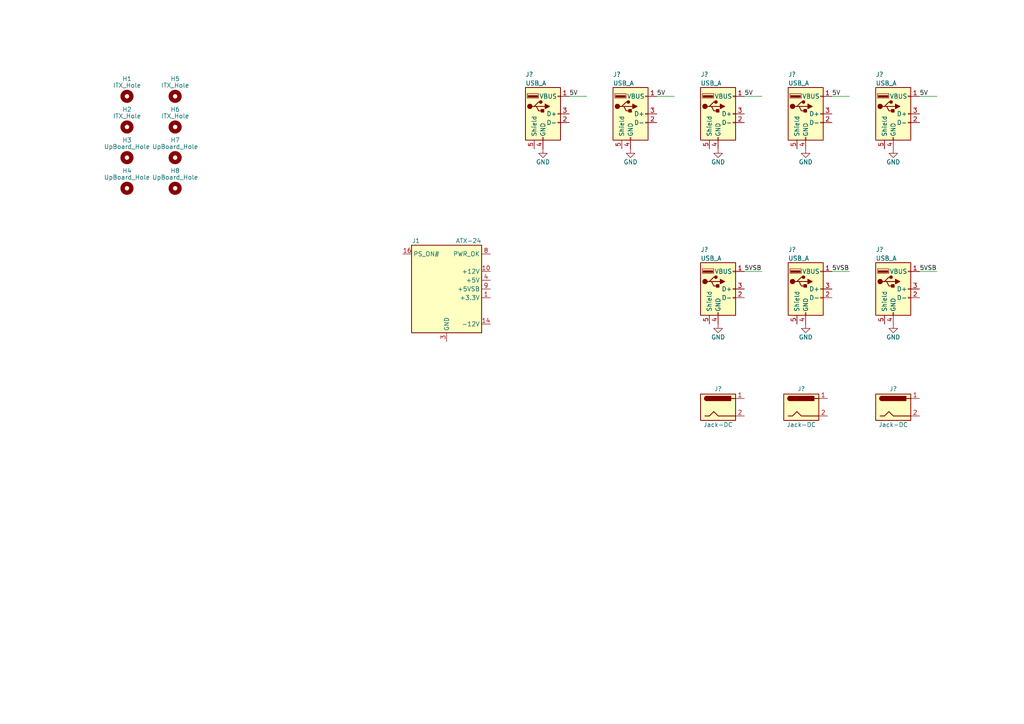
<source format=kicad_sch>
(kicad_sch (version 20211123) (generator eeschema)
  (paper "A4")
  (lib_symbols
    (symbol "Connector:ATX-24"
      (property "Reference" "J" (at -8.89 13.97 0))
      (property "Value" "ATX-24" (at 6.35 13.97 0))
      (symbol "ATX-24_0_1"
        (rectangle (start -10.16 12.7) (end 10.16 -12.7) (stroke (width 0.254)) (fill (type background)))
      )
      (symbol "ATX-24_1_1"
        (pin power_out line (at 12.7 -2.54 180) (length 2.54) (name "+3.3V") (number "1"))
        (pin power_out line (at 12.7 5.08 180) (length 2.54) (name "+12V") (number "10"))
        (pin passive line (at 12.7 5.08 180) (length 2.54) hide (name "+12V") (number "11"))
        (pin passive line (at 12.7 -2.54 180) (length 2.54) hide (name "+3.3V") (number "12"))
        (pin passive line (at 12.7 -2.54 180) (length 2.54) hide (name "+3.3V") (number "13"))
        (pin power_out line (at 12.7 -10.16 180) (length 2.54) (name "-12V") (number "14"))
        (pin passive line (at 0 -15.24 90) (length 2.54) hide (name "GND") (number "15"))
        (pin open_collector line (at -12.7 10.16 0) (length 2.54) (name "PS_ON#") (number "16"))
        (pin passive line (at 0 -15.24 90) (length 2.54) hide (name "GND") (number "17"))
        (pin passive line (at 0 -15.24 90) (length 2.54) hide (name "GND") (number "18"))
        (pin passive line (at 0 -15.24 90) (length 2.54) hide (name "GND") (number "19"))
        (pin passive line (at 12.7 -2.54 180) (length 2.54) hide (name "+3.3V") (number "2"))
        (pin no_connect line (at -10.16 0 0) (length 2.54) hide (name "NC") (number "20"))
        (pin passive line (at 12.7 2.54 180) (length 2.54) hide (name "+5V") (number "21"))
        (pin passive line (at 12.7 2.54 180) (length 2.54) hide (name "+5V") (number "22"))
        (pin passive line (at 12.7 2.54 180) (length 2.54) hide (name "+5V") (number "23"))
        (pin passive line (at 0 -15.24 90) (length 2.54) hide (name "GND") (number "24"))
        (pin power_out line (at 0 -15.24 90) (length 2.54) (name "GND") (number "3"))
        (pin power_out line (at 12.7 2.54 180) (length 2.54) (name "+5V") (number "4"))
        (pin passive line (at 0 -15.24 90) (length 2.54) hide (name "GND") (number "5"))
        (pin passive line (at 12.7 2.54 180) (length 2.54) hide (name "+5V") (number "6"))
        (pin passive line (at 0 -15.24 90) (length 2.54) hide (name "GND") (number "7"))
        (pin output line (at 12.7 10.16 180) (length 2.54) (name "PWR_OK") (number "8"))
        (pin power_out line (at 12.7 0 180) (length 2.54) (name "+5VSB") (number "9"))
      )
    )
    (symbol "Connector:Jack-DC" (pin_names (offset 1.016))
      (property "Reference" "J" (at 0 5.334 0))
      (property "Value" "Jack-DC" (at 0 -5.08 0))
      (symbol "Jack-DC_0_1"
        (rectangle (start -5.08 3.81) (end 5.08 -3.81) (stroke (width 0.254)) (fill (type background)))
        (arc (start -3.302 3.175) (mid -3.937 2.54) (end -3.302 1.905) (stroke (width 0.254)))
        (arc (start -3.302 3.175) (mid -3.937 2.54) (end -3.302 1.905) (stroke (width 0.254)) (fill (type outline)))
        (polyline (pts (xy 5.08 2.54) (xy 3.81 2.54)) (stroke (width 0.254)))
        (polyline (pts (xy -3.81 -2.54) (xy -2.54 -2.54) (xy -1.27 -1.27) (xy 0 -2.54) (xy 2.54 -2.54) (xy 5.08 -2.54)) (stroke (width 0.254)))
        (rectangle (start 3.683 3.175) (end -3.302 1.905) (stroke (width 0.254)) (fill (type outline)))
      )
      (symbol "Jack-DC_1_1"
        (pin passive line (at 7.62 2.54 180) (length 2.54) (name "~") (number "1"))
        (pin passive line (at 7.62 -2.54 180) (length 2.54) (name "~") (number "2"))
      )
    )
    (symbol "Connector:USB_A" (pin_names (offset 1.016))
      (property "Reference" "J" (at -5.08 11.43 0))
      (property "Value" "USB_A" (at -5.08 8.89 0))
      (symbol "USB_A_0_1"
        (rectangle (start -5.08 -7.62) (end 5.08 7.62) (stroke (width 0.254)) (fill (type background)))
        (circle (center -3.81 2.159) (radius 0.635) (stroke (width 0.254)) (fill (type outline)))
        (rectangle (start -1.524 4.826) (end -4.318 5.334) (fill (type outline)))
        (rectangle (start -1.27 4.572) (end -4.572 5.842))
        (circle (center -0.635 3.429) (radius 0.381) (stroke (width 0.254)) (fill (type outline)))
        (rectangle (start -0.127 -7.62) (end 0.127 -6.858))
        (polyline (pts (xy -3.175 2.159) (xy -2.54 2.159) (xy -1.27 3.429) (xy -0.635 3.429)) (stroke (width 0.254)))
        (polyline (pts (xy -2.54 2.159) (xy -1.905 2.159) (xy -1.27 0.889) (xy 0 0.889)) (stroke (width 0.254)))
        (polyline (pts (xy 0.635 2.794) (xy 0.635 1.524) (xy 1.905 2.159) (xy 0.635 2.794)) (stroke (width 0.254)) (fill (type outline)))
        (rectangle (start 0.254 1.27) (end -0.508 0.508) (stroke (width 0.254)) (fill (type outline)))
        (rectangle (start 5.08 -2.667) (end 4.318 -2.413))
        (rectangle (start 5.08 -0.127) (end 4.318 0.127))
        (rectangle (start 5.08 4.953) (end 4.318 5.207))
      )
      (symbol "USB_A_1_1"
        (polyline (pts (xy -1.905 2.159) (xy 0.635 2.159)) (stroke (width 0.254)))
        (pin power_in line (at 7.62 5.08 180) (length 2.54) (name "VBUS") (number "1"))
        (pin bidirectional line (at 7.62 -2.54 180) (length 2.54) (name "D-") (number "2"))
        (pin bidirectional line (at 7.62 0 180) (length 2.54) (name "D+") (number "3"))
        (pin power_in line (at 0 -10.16 90) (length 2.54) (name "GND") (number "4"))
        (pin passive line (at -2.54 -10.16 90) (length 2.54) (name "Shield") (number "5"))
      )
    )
    (symbol "Mechanical:MountingHole" (pin_names (offset 1.016))
      (property "Reference" "H" (at 0 5.08 0))
      (property "Value" "MountingHole" (at 0 3.175 0))
      (symbol "MountingHole_0_1"
        (circle (center 0 0) (radius 1.27) (stroke (width 1.27)))
      )
    )
    (symbol "power:GND" (power) (pin_names (offset 0))
      (property "Value" "GND" (at 0 -3.81 0))
      (symbol "GND_0_1"
        (polyline (pts (xy 0 0) (xy 0 -1.27) (xy 1.27 -1.27) (xy 0 -2.54) (xy -1.27 -1.27) (xy 0 -1.27)))
      )
      (symbol "GND_1_1"
        (pin power_in line (at 0 0 270) (length 0) hide (name "GND") (number "1"))
      )
    )
  )
  (wire (pts (xy 215.9 27.94) (xy 220.98 27.94)))
  (wire (pts (xy 266.7 27.94) (xy 271.78 27.94)))
  (wire (pts (xy 241.3 78.74) (xy 246.38 78.74)))
  (wire (pts (xy 190.5 27.94) (xy 195.58 27.94)))
  (wire (pts (xy 266.7 78.74) (xy 271.78 78.74)))
  (wire (pts (xy 215.9 78.74) (xy 220.98 78.74)))
  (wire (pts (xy 241.3 27.94) (xy 246.38 27.94)))
  (wire (pts (xy 165.1 27.94) (xy 170.18 27.94)))
  (label "5VSB" (at 266.7 78.74 0))
  (label "5V" (at 165.1 27.94 0))
  (label "5V" (at 241.3 27.94 0))
  (label "5V" (at 215.9 27.94 0))
  (label "5VSB" (at 215.9 78.74 0))
  (label "5VSB" (at 241.3 78.74 0))
  (label "5V" (at 266.7 27.94 0))
  (label "5V" (at 190.5 27.94 0))
  (symbol (lib_id "Connector:USB_A") (at 157.48 33.02 0) (unit 1)
    (property "Reference" "J?" (at 152.4 21.59 0) (effects (justify left)))
    (property "Value" "USB_A" (at 152.4 24.13 0) (effects (justify left)))
    (property "Datasheet" " ~" (effects hide))
  )
  (symbol (lib_id "power:GND") (at 157.48 43.18 0) (unit 1)
    (property "Reference" "#PWR?" (effects hide))
    (property "Value" "GND" (at 157.48 46.99 0))
  )
  (symbol (lib_id "Mechanical:MountingHole") (at 36.83 45.72 0) (unit 1)
    (property "Reference" "H3" (at 36.83 40.64 0))
    (property "Value" "UpBoard_Hole" (at 36.83 42.545 0))
    (property "Footprint" "MountingHole:MountingHole_3.2mm_M3_ISO14580_Pad" (effects hide))
  )
  (symbol (lib_id "Mechanical:MountingHole") (at 50.8 36.83 0) (unit 1)
    (property "Reference" "H6" (at 50.8 31.75 0))
    (property "Value" "ITX_Hole" (at 50.8 33.655 0))
    (property "Footprint" "MountingHole:MountingHole_4.3mm_M4_ISO7380_Pad" (effects hide))
  )
  (symbol (lib_id "Connector:USB_A") (at 182.88 33.02 0) (unit 1)
    (property "Reference" "J?" (at 177.8 21.59 0) (effects (justify left)))
    (property "Value" "USB_A" (at 177.8 24.13 0) (effects (justify left)))
    (property "Datasheet" " ~" (effects hide))
  )
  (symbol (lib_id "Mechanical:MountingHole") (at 50.8 45.72 0) (unit 1)
    (property "Reference" "H7" (at 50.8 40.64 0))
    (property "Value" "UpBoard_Hole" (at 50.8 42.545 0))
    (property "Footprint" "MountingHole:MountingHole_3.2mm_M3_ISO14580_Pad" (effects hide))
  )
  (symbol (lib_id "Mechanical:MountingHole") (at 50.8 27.94 0) (unit 1)
    (property "Reference" "H5" (at 50.8 22.86 0))
    (property "Value" "ITX_Hole" (at 50.8 24.765 0))
    (property "Footprint" "MountingHole:MountingHole_4.3mm_M4_ISO7380_Pad" (effects hide))
  )
  (symbol (lib_id "power:GND") (at 233.68 93.98 0) (unit 1)
    (property "Reference" "#PWR?" (effects hide))
    (property "Value" "GND" (at 233.68 97.79 0))
  )
  (symbol (lib_id "Connector:Jack-DC") (at 208.28 118.11 0) (unit 1)
    (property "Reference" "J?" (at 208.28 112.776 0))
    (property "Value" "Jack-DC" (at 208.28 123.19 0))
  )
  (symbol (lib_id "Connector:USB_A") (at 259.08 33.02 0) (unit 1)
    (property "Reference" "J?" (at 254 21.59 0) (effects (justify left)))
    (property "Value" "USB_A" (at 254 24.13 0) (effects (justify left)))
    (property "Datasheet" " ~" (effects hide))
  )
  (symbol (lib_id "Mechanical:MountingHole") (at 36.83 27.94 0) (unit 1)
    (property "Reference" "H1" (at 36.83 22.86 0))
    (property "Value" "ITX_Hole" (at 36.83 24.765 0))
    (property "Footprint" "MountingHole:MountingHole_4.3mm_M4_ISO7380_Pad" (effects hide))
  )
  (symbol (lib_id "Connector:USB_A") (at 259.08 83.82 0) (unit 1)
    (property "Reference" "J?" (at 254 72.39 0) (effects (justify left)))
    (property "Value" "USB_A" (at 254 74.93 0) (effects (justify left)))
    (property "Datasheet" " ~" (effects hide))
  )
  (symbol (lib_id "power:GND") (at 182.88 43.18 0) (unit 1)
    (property "Reference" "#PWR?" (effects hide))
    (property "Value" "GND" (at 182.88 46.99 0))
  )
  (symbol (lib_id "Connector:USB_A") (at 208.28 33.02 0) (unit 1)
    (property "Reference" "J?" (at 203.2 21.59 0) (effects (justify left)))
    (property "Value" "USB_A" (at 203.2 24.13 0) (effects (justify left)))
    (property "Datasheet" " ~" (effects hide))
  )
  (symbol (lib_id "power:GND") (at 233.68 43.18 0) (unit 1)
    (property "Reference" "#PWR?" (effects hide))
    (property "Value" "GND" (at 233.68 46.99 0))
  )
  (symbol (lib_id "power:GND") (at 208.28 43.18 0) (unit 1)
    (property "Reference" "#PWR?" (effects hide))
    (property "Value" "GND" (at 208.28 46.99 0))
  )
  (symbol (lib_id "Connector:ATX-24") (at 129.54 83.82 0) (unit 1)
    (property "Reference" "J1" (at 120.65 69.85 0))
    (property "Value" "ATX-24" (at 135.89 69.85 0))
    (property "Footprint" "Connector_Molex:Molex_Mini-Fit_Jr_5566-24A_2x12_P4.20mm_Vertical" (effects hide))
    (property "Datasheet" "https://www.intel.com/content/dam/www/public/us/en/documents/guides/power-supply-design-guide-june.pdf#page=33" (effects hide))
  )
  (symbol (lib_id "Connector:Jack-DC") (at 259.08 118.11 0) (unit 1)
    (property "Reference" "J?" (at 259.08 112.776 0))
    (property "Value" "Jack-DC" (at 259.08 123.19 0))
  )
  (symbol (lib_id "power:GND") (at 259.08 93.98 0) (unit 1)
    (property "Reference" "#PWR?" (effects hide))
    (property "Value" "GND" (at 259.08 97.79 0))
  )
  (symbol (lib_id "power:GND") (at 208.28 93.98 0) (unit 1)
    (property "Reference" "#PWR?" (effects hide))
    (property "Value" "GND" (at 208.28 97.79 0))
  )
  (symbol (lib_id "Mechanical:MountingHole") (at 36.83 36.83 0) (unit 1)
    (property "Reference" "H2" (at 36.83 31.75 0))
    (property "Value" "ITX_Hole" (at 36.83 33.655 0))
    (property "Footprint" "MountingHole:MountingHole_4.3mm_M4_ISO7380_Pad" (effects hide))
  )
  (symbol (lib_id "Connector:Jack-DC") (at 232.41 118.11 0) (unit 1)
    (property "Reference" "J?" (at 232.41 112.776 0))
    (property "Value" "Jack-DC" (at 232.41 123.19 0))
  )
  (symbol (lib_id "Connector:USB_A") (at 208.28 83.82 0) (unit 1)
    (property "Reference" "J?" (at 203.2 72.39 0) (effects (justify left)))
    (property "Value" "USB_A" (at 203.2 74.93 0) (effects (justify left)))
    (property "Datasheet" " ~" (effects hide))
  )
  (symbol (lib_id "Mechanical:MountingHole") (at 50.8 54.61 0) (unit 1)
    (property "Reference" "H8" (at 50.8 49.53 0))
    (property "Value" "UpBoard_Hole" (at 50.8 51.435 0))
  )
  (symbol (lib_id "power:GND") (at 259.08 43.18 0) (unit 1)
    (property "Reference" "#PWR?" (effects hide))
    (property "Value" "GND" (at 259.08 46.99 0))
  )
  (symbol (lib_id "Connector:USB_A") (at 233.68 83.82 0) (unit 1)
    (property "Reference" "J?" (at 228.6 72.39 0) (effects (justify left)))
    (property "Value" "USB_A" (at 228.6 74.93 0) (effects (justify left)))
    (property "Datasheet" " ~" (effects hide))
  )
  (symbol (lib_id "Connector:USB_A") (at 233.68 33.02 0) (unit 1)
    (property "Reference" "J?" (at 228.6 21.59 0) (effects (justify left)))
    (property "Value" "USB_A" (at 228.6 24.13 0) (effects (justify left)))
    (property "Datasheet" " ~" (effects hide))
  )
  (symbol (lib_id "Mechanical:MountingHole") (at 36.83 54.61 0) (unit 1)
    (property "Reference" "H4" (at 36.83 49.53 0))
    (property "Value" "UpBoard_Hole" (at 36.83 51.435 0))
    (property "Footprint" "MountingHole:MountingHole_5.3mm_M5_ISO14580" (effects hide))
  )
)
</source>
